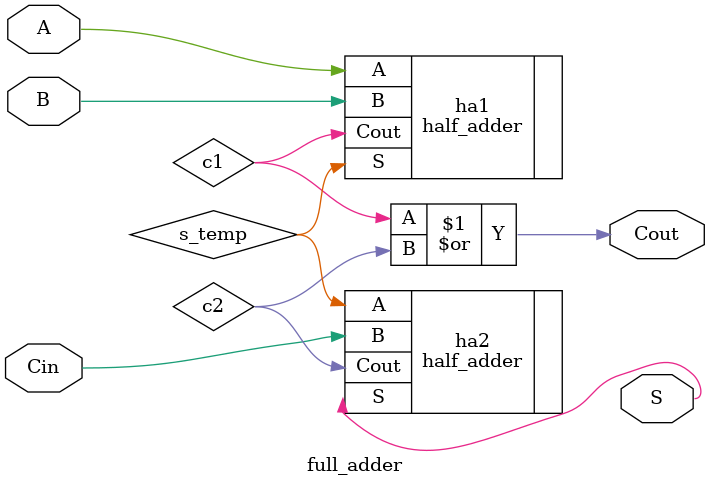
<source format=v>
module full_adder (
    input  wire A,    // 1位加数
    input  wire B,    // 1位加数
    input  wire Cin,  // 进位输入（区别于半加器的关键）
    output wire S,    // 和输出
    output wire Cout  // 进位输出
);

// 中间信号：连接两个半加器的临时结果
wire s_temp;  // 第一个半加器的"和"输出（A⊕B）
wire c1;      // 第一个半加器的进位输出（A&B）
wire c2;      // 第二个半加器的进位输出（(A⊕B)&Cin）

// 第1个半加器：计算A + B，得到临时和s_temp与进位c1
half_adder ha1 (
    .A(A),
    .B(B),
    .S(s_temp),  // 输出A⊕B
    .Cout(c1)    // 输出A&B
);

// 第2个半加器：计算s_temp + Cin，得到最终和S
half_adder ha2 (
    .A(s_temp),  // 输入为第一个半加器的"和"
    .B(Cin),
    .S(S),       // 最终和：A⊕B⊕Cin
    .Cout(c2)    // 输出(A⊕B)&Cin
);

// 或门：合并两个进位，得到最终进位输出Cout
assign Cout = c1 | c2;  // 等价于(A&B) | ((A⊕B)&Cin)

endmodule


</source>
